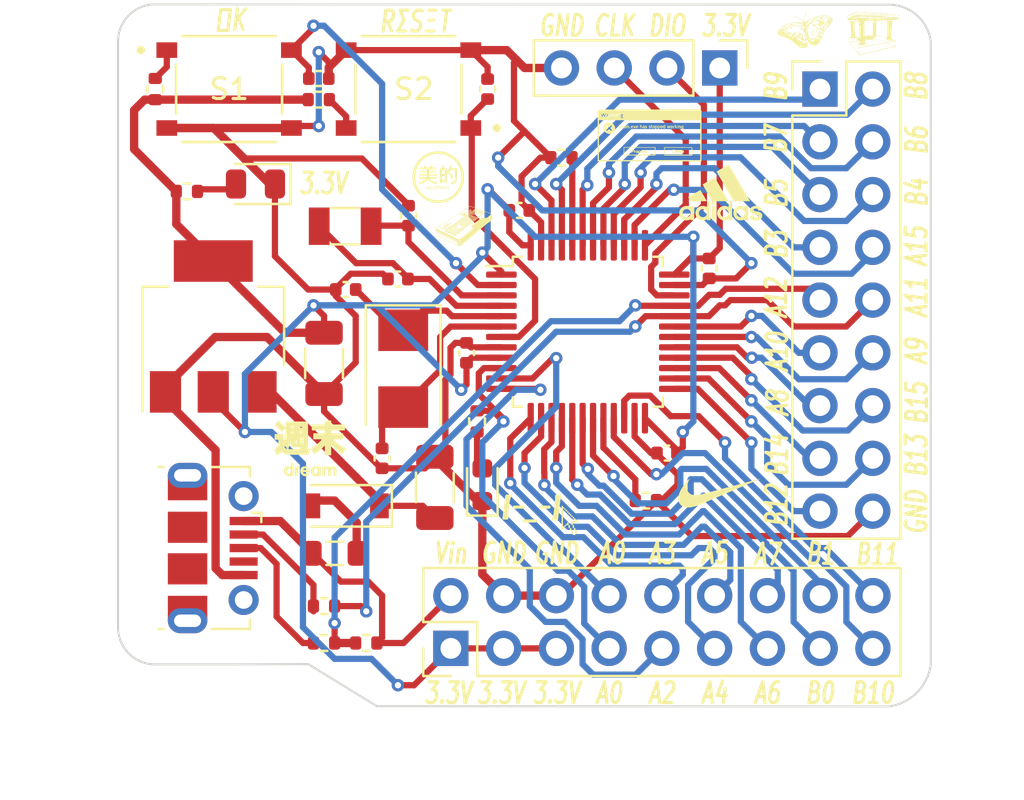
<source format=kicad_pcb>
(kicad_pcb (version 20211014) (generator pcbnew)
  (layers (0 "F.Cu" signal) (31 "B.Cu" signal) (34 "B.Paste" user) (35 "F.Paste" user) (36 "B.SilkS" user "B.Silkscreen") (37 "F.SilkS" user "F.Silkscreen") (38 "B.Mask" user) (39 "F.Mask" user) (44 "Edge.Cuts" user))
  (net 0 "")
  (net 1 "GND")
  (net 2 "Net-(C2-Pad1)")
  (net 3 "HSE_IN")
  (net 4 "HSE_OUT")
  (net 5 "LSE_IN")
  (net 6 "LSE_OUT")
  (net 7 "PushB1")
  (net 8 "NRST")
  (net 9 "Net-(D1-Pad2)")
  (net 10 "Net-(D2-Pad2)")
  (net 11 "Net-(D3-Pad2)")
  (net 12 "VCC")
  (net 13 "PA11")
  (net 14 "PA12")
  (net 17 "PA1")
  (net 18 "PA2")
  (net 19 "PA3")
  (net 20 "PA4")
  (net 21 "PA5")
  (net 22 "PA6")
  (net 23 "PA7")
  (net 24 "PB1")
  (net 25 "PB0")
  (net 26 "PB11")
  (net 27 "PB10")
  (net 28 "PB9")
  (net 29 "PB8")
  (net 30 "PB7")
  (net 31 "PB6")
  (net 32 "PB5")
  (net 33 "PB4")
  (net 34 "PB3")
  (net 35 "PA15")
  (net 36 "PA10")
  (net 37 "PA9")
  (net 38 "PA8")
  (net 39 "PB15")
  (net 40 "PB14")
  (net 41 "PB13")
  (net 42 "PB12")
  (net 43 "SWDIO")
  (net 44 "SWCLK")
  (net 45 "Net-(R1-Pad2)")
  (net 46 "Net-(R2-Pad2)")
  (net 47 "LED")
  (net 48 "+3.3V")
  (net 49 "Net-(J1-Pad2)")
  (net 50 "Net-(J1-Pad3)")
  (footprint "Vaporwave Footprints:error" (layer "F.Cu") (at 101.2698 87.3506)
    (fp_text reference "G***")
    (fp_text value "LOGO" hide)
  )
  (footprint "Capacitor_SMD:C_0402_1005Metric" (layer "F.Cu") (at 89.154 94.234 180)
    (fp_text reference "C12")
    (fp_text value "12pF")
  )
  (footprint "Inductor_SMD:L_0805_2012Metric" (layer "F.Cu") (at 86.106 107.442)
    (fp_text reference "FB1")
    (fp_text value "600@100")
  )
  (footprint "Capacitor_SMD:C_0402_1005Metric" (layer "F.Cu") (at 93.472 85.09 90)
    (fp_text reference "C14")
    (fp_text value "1uF")
  )
  (footprint "LED_SMD:LED_0603_1608Metric" (layer "F.Cu") (at 93.218 104.14 90)
    (fp_text reference "D3")
    (fp_text value "LED_Small")
  )
  (footprint "Resistor_SMD:R_0402_1005Metric" (layer "F.Cu") (at 85.596 109.982 180)
    (fp_text reference "R7")
    (fp_text value "20")
  )
  (footprint "Resistor_SMD:R_0402_1005Metric" (layer "F.Cu") (at 101.092 104.902 180)
    (fp_text reference "R2")
    (fp_text value "10K")
  )
  (footprint "Capacitor_SMD:C_0402_1005Metric" (layer "F.Cu") (at 89.662 91.186 90)
    (fp_text reference "C11")
    (fp_text value "12pF")
  )
  (footprint "Vaporwave Footprints:butterfly" (layer "F.Cu") (at 108.7628 82.2198)
    (fp_text reference "G***")
    (fp_text value "LOGO" hide)
  )
  (footprint "Capacitor_SMD:C_1206_3216Metric" (layer "F.Cu") (at 90.932 104.267 90)
    (fp_text reference "C2")
    (fp_text value "22uF")
  )
  (footprint "Connector_USB:USB_Micro-B_Molex-105017-0001" (layer "F.Cu") (at 80.264 107.188 -90)
    (fp_text reference "J1")
    (fp_text value "USB_B_Micro")
  )
  (footprint "Connector_PinHeader_2.54mm:PinHeader_1x04_P2.54mm_Vertical" (layer "F.Cu") (at 104.648 84.074 -90)
    (fp_text reference "J4")
    (fp_text value "STLINK")
  )
  (footprint "Resistor_SMD:R_0402_1005Metric" (layer "F.Cu") (at 85.344 85.598)
    (fp_text reference "R4")
    (fp_text value "1K")
  )
  (footprint "Capacitor_SMD:C_0402_1005Metric" (layer "F.Cu") (at 102.108 102.616 180)
    (fp_text reference "C6")
    (fp_text value "100nF")
  )
  (footprint "Vaporwave Footprints:adidas" (layer "F.Cu") (at 104.6988 90.0684)
    (fp_text reference "G***")
    (fp_text value "LOGO" hide)
  )
  (footprint "SW_JLCPCB:SW_TS-1187A-B-A-B" (layer "F.Cu") (at 81.026 85.09)
    (fp_text reference "S1")
    (fp_text value "TS-1187A-B-A-B")
  )
  (footprint "Resistor_SMD:R_0402_1005Metric" (layer "F.Cu") (at 85.598 111.76)
    (fp_text reference "R6")
    (fp_text value "20")
  )
  (footprint "Capacitor_SMD:C_1206_3216Metric" (layer "F.Cu") (at 85.598 98.298 -90)
    (fp_text reference "C1")
    (fp_text value "22uF")
  )
  (footprint "Vaporwave Footprints:aesthetic" (layer "F.Cu") (at 91.0844 89.3572)
    (fp_text reference "G***")
    (fp_text value "LOGO" hide)
  )
  (footprint "Vaporwave Footprints:dream" (layer "F.Cu") (at 84.9376 102.362)
    (fp_text reference "G***")
    (fp_text value "LOGO" hide)
  )
  (footprint "Crystal:Crystal_SMD_3215-2Pin_3.2x1.5mm" (layer "F.Cu") (at 86.614 91.694)
    (fp_text reference "Y2")
    (fp_text value "32.768KHz")
  )
  (footprint "Vaporwave Footprints:Casette" (layer "F.Cu") (at 92.3544 91.694)
    (fp_text reference "G***")
    (fp_text value "LOGO" hide)
  )
  (footprint "Resistor_SMD:R_0402_1005Metric" (layer "F.Cu") (at 92.964 101.092 -90)
    (fp_text reference "R9")
    (fp_text value "500")
  )
  (footprint "Capacitor_SMD:C_0402_1005Metric" (layer "F.Cu") (at 104.14 93.726 -90)
    (fp_text reference "C4")
    (fp_text value "100nF")
  )
  (footprint "LED_SMD:LED_0805_2012Metric" (layer "F.Cu") (at 82.296 89.662 180)
    (fp_text reference "D2")
    (fp_text value "LED_Small")
  )
  (footprint "Vaporwave Footprints:Hologram" (layer "F.Cu") (at 111.961542 82.470465)
    (fp_text reference "G***")
    (fp_text value "LOGO" hide)
  )
  (footprint "Capacitor_SMD:C_0402_1005Metric" (layer "F.Cu") (at 86.642 94.742 180)
    (fp_text reference "C9")
    (fp_text value "20pF")
  )
  (footprint "Resistor_SMD:R_0402_1005Metric" (layer "F.Cu") (at 97.028 88.392)
    (fp_text reference "R1")
    (fp_text value "10K")
  )
  (footprint "Crystal:Crystal_SMD_5032-2Pin_5.0x3.2mm" (layer "F.Cu") (at 89.408 98.552 -90)
    (fp_text reference "Y1")
    (fp_text value "8MHz")
  )
  (footprint "Package_TO_SOT_SMD:SOT-223-3_TabPin2" (layer "F.Cu") (at 80.264 96.52 90)
    (fp_text reference "U1")
    (fp_text value "AMS1117-3.3")
  )
  (footprint "SW_JLCPCB:SW_TS-1187A-B-A-B" (layer "F.Cu") (at 89.662 85.09 180)
    (fp_text reference "S2")
    (fp_text value "TS-1187A-B-A-B")
  )
  (footprint "Capacitor_SMD:C_0402_1005Metric" (layer "F.Cu") (at 85.344 84.582)
    (fp_text reference "C13")
    (fp_text value "1uF")
  )
  (footprint "Vaporwave Footprints:mouse" (layer "F.Cu") (at 97.3582 105.9434)
    (fp_text reference "G***")
    (fp_text value "LOGO" hide)
  )
  (footprint "Package_QFP:LQFP-48_7x7mm_P0.5mm" (layer "F.Cu") (at 98.298 96.774)
    (fp_text reference "U2")
    (fp_text value "STM32F103C8Tx")
  )
  (footprint "Capacitor_SMD:C_0402_1005Metric" (layer "F.Cu") (at 88.392 102.87 -90)
    (fp_text reference "C10")
    (fp_text value "20pF")
  )
  (footprint "Resistor_SMD:R_0402_1005Metric" (layer "F.Cu") (at 77.47 85.09 90)
    (fp_text reference "R3")
    (fp_text value "1K")
  )
  (footprint "Connector_PinHeader_2.54mm:PinHeader_2x09_P2.54mm_Vertical" (layer "F.Cu") (at 91.704 112.019 90)
    (fp_text reference "J2")
    (fp_text value "Conn_02x09_Odd_Even")
  )
  (footprint "Capacitor_SMD:C_0402_1005Metric" (layer "F.Cu") (at 94.996 90.932)
    (fp_text reference "C5")
    (fp_text value "100nF")
  )
  (footprint "Capacitor_SMD:C_0402_1005Metric" (layer "F.Cu") (at 92.456 97.79 90)
    (fp_text reference "C3")
    (fp_text value "100nF")
  )
  (footprint "Connector_PinHeader_2.54mm:PinHeader_2x09_P2.54mm_Vertical" (layer "F.Cu") (at 109.474 85.09)
    (fp_text reference "J3")
    (fp_text value "Conn_02x09_Odd_Even")
  )
  (footprint "Resistor_SMD:R_0402_1005Metric" (layer "F.Cu") (at 78.994 90.018)
    (fp_text reference "R8")
    (fp_text value "500")
  )
  (footprint "Resistor_SMD:R_0402_1005Metric" (layer "F.Cu") (at 87.63 111.76)
    (fp_text reference "R5")
    (fp_text value "1.5K")
  )
  (footprint "Vaporwave Footprints:nike" (layer "F.Cu") (at 104.648 104.521)
    (fp_text reference "G***")
    (fp_text value "LOGO" hide)
  )
  (footprint "Diode_SMD:D_SOD-123" (layer "F.Cu") (at 86.614 105.156 180)
    (fp_text reference "D1")
    (fp_text value "SS34")
  )
  (gr_line (start 88.138 114.801618) (end 84.836 112.776) (layer "Edge.Cuts") (width 0.1))
  (gr_arc (start 77.457236 112.788764) (mid 76.2 112.268) (end 75.679236 111.010764) (layer "Edge.Cuts") (width 0.1))
  (gr_line (start 75.679236 111.010764) (end 75.679236 82.791236) (layer "Edge.Cuts") (width 0.1))
  (gr_line (start 81.267236 112.788764) (end 77.457236 112.788764) (layer "Edge.Cuts") (width 0.1))
  (gr_line (start 77.457236 81.013236) (end 112.788764 81.026) (layer "Edge.Cuts") (width 0.1))
  (gr_arc (start 112.788764 81.026) (mid 114.133996 81.53385) (end 114.808 82.804) (layer "Edge.Cuts") (width 0.1))
  (gr_line (start 114.808 112.788764) (end 114.808 82.804) (layer "Edge.Cuts") (width 0.1))
  (gr_arc (start 114.808 112.788764) (mid 114.143574 114.145677) (end 112.788764 114.814382) (layer "Edge.Cuts") (width 0.1))
  (gr_arc (start 75.679236 82.791236) (mid 76.2 81.534) (end 77.457236 81.013236) (layer "Edge.Cuts") (width 0.1))
  (gr_line (start 88.138 114.801618) (end 112.788764 114.814382) (layer "Edge.Cuts") (width 0.1))
  (gr_line (start 84.836 112.776) (end 81.267236 112.788764) (layer "Edge.Cuts") (width 0.1))
  (gr_text "B8" (at 114.1222 84.963 90) (layer "F.SilkS") (effects (font (size 1 0.7) (thickness 0.153) italic)))
  (gr_text "A0" (at 99.314 114.173) (layer "F.SilkS") (effects (font (size 1 0.7) (thickness 0.153) italic)))
  (gr_text "GND" (at 96.774 107.442) (layer "F.SilkS") (effects (font (size 1 0.7) (thickness 0.153) italic)))
  (gr_text "B4" (at 114.1476 90.0684 90) (layer "F.SilkS") (effects (font (size 1 0.7) (thickness 0.153) italic)))
  (gr_text "A15" (at 114.1222 92.6592 90) (layer "F.SilkS") (effects (font (size 1 0.7) (thickness 0.153) italic)))
  (gr_text "DIO" (at 102.108 82.042) (layer "F.SilkS") (effects (font (size 1 0.7) (thickness 0.15) italic)))
  (gr_text "A10" (at 107.4166 97.7392 90) (layer "F.SilkS") (effects (font (size 1 0.7) (thickness 0.153) italic)))
  (gr_text "B14" (at 107.4166 102.7176 90) (layer "F.SilkS") (effects (font (size 1 0.7) (thickness 0.153) italic)))
  (gr_text "GND" (at 97.028 82.042) (layer "F.SilkS") (effects (font (size 1 0.7) (thickness 0.15) italic)))
  (gr_text "B10" (at 112.014 114.173) (layer "F.SilkS") (effects (font (size 1 0.7) (thickness 0.153) italic)))
  (gr_text "3.3V" (at 85.5472 89.6366) (layer "F.SilkS") (effects (font (size 1 0.7) (thickness 0.15) italic)))
  (gr_text "B9" (at 107.3658 84.9884 90) (layer "F.SilkS") (effects (font (size 1 0.7) (thickness 0.153) italic)))
  (gr_text "Vin" (at 91.694 107.442) (layer "F.SilkS") (effects (font (size 1 0.7) (thickness 0.153) italic)))
  (gr_text "B0" (at 109.474 114.173) (layer "F.SilkS") (effects (font (size 1 0.7) (thickness 0.153) italic)))
  (gr_text "A8" (at 107.442 100.203 90) (layer "F.SilkS") (effects (font (size 1 0.7) (thickness 0.153) italic)))
  (gr_text "3.3V" (at 91.567 114.173) (layer "F.SilkS") (effects (font (size 1 0.7) (thickness 0.153) italic)))
  (gr_text "B3" (at 107.3912 92.583 90) (layer "F.SilkS") (effects (font (size 1 0.7) (thickness 0.153) italic)))
  (gr_text "A11" (at 114.1222 95.123 90) (layer "F.SilkS") (effects (font (size 1 0.7) (thickness 0.153) italic)))
  (gr_text "A4" (at 104.394 114.173) (layer "F.SilkS") (effects (font (size 1 0.7) (thickness 0.153) italic)))
  (gr_text "GND" (at 114.1222 105.4608 90) (layer "F.SilkS") (effects (font (size 1 0.7) (thickness 0.153) italic)))
  (gr_text "B5" (at 107.3912 90.1192 90) (layer "F.SilkS") (effects (font (size 1 0.7) (thickness 0.153) italic)))
  (gr_text "A12" (at 107.3658 95.1484 90) (layer "F.SilkS") (effects (font (size 1 0.7) (thickness 0.153) italic)))
  (gr_text "A6" (at 106.934 114.173) (layer "F.SilkS") (effects (font (size 1 0.7) (thickness 0.153) italic)))
  (gr_text "A7" (at 106.934 107.4928) (layer "F.SilkS") (effects (font (size 1 0.7) (thickness 0.153) italic)))
  (gr_text "B1" (at 109.4994 107.4674) (layer "F.SilkS") (effects (font (size 1 0.7) (thickness 0.153) italic)))
  (gr_text "♢Ｋ" (at 81.1022 81.8134) (layer "F.SilkS") (effects (font (size 1 0.7) (thickness 0.15) italic)))
  (gr_text "3.3V" (at 94.107 114.173) (layer "F.SilkS") (effects (font (size 1 0.7) (thickness 0.153) italic)))
  (gr_text "B11" (at 112.2172 107.4928) (layer "F.SilkS") (effects (font (size 1 0.7) (thickness 0.153) italic)))
  (gr_text "A5" (at 104.394 107.442) (layer "F.SilkS") (effects (font (size 1 0.7) (thickness 0.153) italic)))
  (gr_text "A2" (at 101.854 114.173) (layer "F.SilkS") (effects (font (size 1 0.7) (thickness 0.153) italic)))
  (gr_text "B6" (at 114.1476 87.5538 90) (layer "F.SilkS") (effects (font (size 1 0.7) (thickness 0.153) italic)))
  (gr_text "B15" (at 114.1476 100.203 90) (layer "F.SilkS") (effects (font (size 1 0.7) (thickness 0.153) italic)))
  (gr_text "B7" (at 107.3658 87.503 90) (layer "F.SilkS") (effects (font (size 1 0.7) (thickness 0.153) italic)))
  (gr_text "A0" (at 99.441 107.442) (layer "F.SilkS") (effects (font (size 1 0.7) (thickness 0.153) italic)))
  (gr_text "3.3V" (at 96.774 114.173) (layer "F.SilkS") (effects (font (size 1 0.7) (thickness 0.153) italic)))
  (gr_text "GND" (at 94.234 107.442) (layer "F.SilkS") (effects (font (size 1 0.7) (thickness 0.153) italic)))
  (gr_text "B13" (at 114.1222 102.743 90) (layer "F.SilkS") (effects (font (size 1 0.7) (thickness 0.153) italic)))
  (gr_text "A3" (at 101.854 107.442) (layer "F.SilkS") (effects (font (size 1 0.7) (thickness 0.153) italic)))
  (gr_text "A9" (at 114.1222 97.7138 90) (layer "F.SilkS") (effects (font (size 1 0.7) (thickness 0.153) italic)))
  (gr_text "3.3V" (at 104.902 82.042) (layer "F.SilkS") (effects (font (size 1 0.7) (thickness 0.15) italic)))
  (gr_text "B12" (at 107.3912 105.1306 90) (layer "F.SilkS") (effects (font (size 1 0.7) (thickness 0.153) italic)))
  (gr_text "CLK" (at 99.568 82.042) (layer "F.SilkS") (effects (font (size 1 0.7) (thickness 0.15) italic)))
  (gr_text "【﻿－_－】" (at 95.5294 105.3338) (layer "F.SilkS") (effects (font (size 1 0.7) (thickness 0.15) italic)))
  (gr_text "ＲΣＳΞＴ" (at 90.0176 81.8388) (layer "F.SilkS") (effects (font (size 1 0.7) (thickness 0.15) italic)))
  (segment (start 92.662 83.215) (end 86.662 83.215) (width 0.3) (layer "F.Cu") (net 1))
  (segment (start 80.2825 86.965) (end 78.026 86.965) (width 0.4) (layer "F.Cu") (net 1))
  (segment (start 92.662 83.215) (end 94.391 83.215) (width 0.4) (layer "F.Cu") (net 1))
  (segment (start 91.686 98.831107) (end 91.686 97.544) (width 0.3) (layer "F.Cu") (net 1))
  (segment (start 80.3765 102.4745) (end 80.264 102.362) (width 0.4) (layer "F.Cu") (net 1))
  (segment (start 85.598 100.598965) (end 88.349035 103.35) (width 0.3) (layer "F.Cu") (net 1))
  (segment (start 94.391 83.215) (end 94.869 83.693) (width 0.4) (layer "F.Cu") (net 1))
  (segment (start 105.438 94.206) (end 104.14 94.206) (width 0.3) (layer "F.Cu") (net 1))
  (segment (start 95.108 89.296) (end 96.012 88.392) (width 0.3) (layer "F.Cu") (net 1))
  (segment (start 92.9895 104.9275) (end 93.218 104.9275) (width 0.4) (layer "F.Cu") (net 1))
  (segment (start 85.824 84.053) (end 85.824 83.792) (width 0.3) (layer "F.Cu") (net 1))
  (segment (start 103.822 94.524) (end 104.14 94.206) (width 0.3) (layer "F.Cu") (net 1))
  (segment (start 100.548 101.818) (end 101.346 102.616) (width 0.3) (layer "F.Cu") (net 1))
  (segment (start 95.108 90.564) (end 95.108 89.296) (width 0.3) (layer "F.Cu") (net 1))
  (segment (start 112.014 105.41) (end 110.814 106.61) (width 0.3) (layer "F.Cu") (net 1))
  (segment (start 92.67 97.524) (end 92.456 97.31) (width 0.3) (layer "F.Cu") (net 1))
  (segment (start 101.628 102.658965) (end 102.616 103.646965) (width 0.3) (layer "F.Cu") (net 1))
  (segment (start 86.162 94.742) (end 86.162 95.052) (width 0.3) (layer "F.Cu") (net 1))
  (segment (start 86.162 94.699035) (end 86.162 94.742) (width 0.3) (layer "F.Cu") (net 1))
  (segment (start 110.814 106.61) (end 103.31 106.61) (width 0.3) (layer "F.Cu") (net 1))
  (segment (start 101.854 104.902) (end 101.602 104.902) (width 0.3) (layer "F.Cu") (net 1))
  (segment (start 102.616 103.646965) (end 102.616 104.14) (width 0.3) (layer "F.Cu") (net 1))
  (segment (start 83.2335 93.1395) (end 84.836 94.742) (width 0.3) (layer "F.Cu") (net 1))
  (segment (start 102.4605 94.524) (end 103.822 94.524) (width 0.3) (layer "F.Cu") (net 1))
  (segment (start 83.2335 89.662) (end 83.2335 93.1395) (width 0.3) (layer "F.Cu") (net 1))
  (segment (start 96.518 88.392) (end 95.249 87.123) (width 0.3) (layer "F.Cu") (net 1))
  (segment (start 80.264 102.362) (end 77.964 100.062) (width 0.4) (layer "F.Cu") (net 1))
  (segment (start 85.824 84.053) (end 86.662 83.215) (width 0.4) (layer "F.Cu") (net 1))
  (segment (start 88.42 93.98) (end 86.881035 93.98) (width 0.3) (layer "F.Cu") (net 1))
  (segment (start 88.349035 103.35) (end 88.392 103.35) (width 0.3) (layer "F.Cu") (net 1))
  (segment (start 88.674 94.234) (end 88.42 93.98) (width 0.3) (layer "F.Cu") (net 1))
  (segment (start 86.162 95.052) (end 87.122 96.012) (width 0.3) (layer "F.Cu") (net 1))
  (segment (start 77.964 99.42) (end 77.964 99.67) (width 0.4) (layer "F.Cu") (net 1))
  (segment (start 81.74875 88.43125) (end 80.2825 86.965) (width 0.4) (layer "F.Cu") (net 1))
  (segment (start 87.41525 88.43125) (end 89.662 90.678) (width 0.3) (layer "F.Cu") (net 1))
  (segment (start 101.346 102.616) (end 101.628 102.616) (width 0.3) (layer "F.Cu") (net 1))
  (segment (start 96.784 109.479) (end 94.244 109.479) (width 0.4) (layer "F.Cu") (net 1))
  (segment (start 87.122 98.249) (end 85.598 99.773) (width 0.3) (layer "F.Cu") (net 1))
  (segment (start 96.048 92.6115) (end 96.048 91.504) (width 0.3) (layer "F.Cu") (net 1))
  (segment (start 93.472 84.61) (end 93.472 84.025) (width 0.3) (layer "F.Cu") (net 1))
  (segment (start 85.824 84.582) (end 85.824 84.053) (width 0.4) (layer "F.Cu") (net 1))
  (segment (start 85.344 86.868) (end 84.123 86.868) (width 0.3) (layer "F.Cu") (net 1))
  (segment (start 100.548 100.9365) (end 100.548 101.818) (width 0.3) (layer "F.Cu") (net 1))
  (segment (start 95.249 87.123) (end 94.742 86.616) (width 0.3) (layer "F.Cu") (net 1))
  (segment (start 81.74875 88.43125) (end 87.41525 88.43125) (width 0.3) (layer "F.Cu") (net 1))
  (segment (start 82.853 97.028) (end 80.356 97.028) (width 0.4) (layer "F.Cu") (net 1))
  (segment (start 101.6 104.902) (end 97.023 109.479) (width 0.3) (layer "F.Cu") (net 1))
  (segment (start 94.244 109.479) (end 93.218 108.453) (width 0.4) (layer "F.Cu") (net 1))
  (segment (start 94.742 86.616) (end 94.742 83.82) (width 0.3) (layer "F.Cu") (net 1))
  (segment (start 101.602 104.902) (end 101.6 104.902) (width 0.3) (layer "F.Cu") (net 1))
  (segment (start 97.023 109.479) (end 96.784 109.479) (width 0.3) (layer "F.Cu") (net 1))
  (segment (start 102.616 104.14) (end 101.854 104.902) (width 0.3) (layer "F.Cu") (net 1))
  (segment (start 85.598 99.773) (end 82.853 97.028) (width 0.4) (layer "F.Cu") (net 1))
  (segment (start 90.932 102.87) (end 92.9895 104.9275) (width 0.4) (layer "F.Cu") (net 1))
  (segment (start 87.122 96.012) (end 87.122 98.249) (width 0.3) (layer "F.Cu") (net 1))
  (segment (start 93.218 108.453) (end 93.218 104.9275) (width 0.4) (layer "F.Cu") (net 1))
  (segment (start 101.628 102.616) (end 101.628 102.658965) (width 0.3) (layer "F.Cu") (net 1))
  (segment (start 96.048 91.504) (end 95.476 90.932) (width 0.3) (layer "F.Cu") (net 1))
  (segment (start 91.92 97.31) (end 92.456 97.31) (width 0.3) (layer "F.Cu") (net 1))
  (segment (start 80.7015 108.488) (end 80.3765 108.163) (width 0.4) (layer "F.Cu") (net 1))
  (segment (start 91.44 99.077107) (end 91.686 98.831107) (width 0.3) (layer "F.Cu") (net 1))
  (segment (start 90.452 103.35) (end 88.392 103.35) (width 0.3) (layer "F.Cu") (net 1))
  (segment (start 85.824 83.792) (end 85.344 83.312) (width 0.3) (layer "F.Cu") (net 1))
  (segment (start 96.012 88.392) (end 96.518 88.392) (width 0.3) (layer "F.Cu") (net 1))
  (segment (start 106.172 93.472) (end 105.438 94.206) (width 0.3) (layer "F.Cu") (net 1))
  (segment (start 90.932 102.87) (end 90.452 103.35) (width 0.3) (layer "F.Cu") (net 1))
  (segment (start 97.028 84.074) (end 95.25 84.074) (width 0.4) (layer "F.Cu") (net 1))
  (segment (start 93.98 88.392) (end 95.249 87.123) (width 0.3) (layer "F.Cu") (net 1))
  (segment (start 85.598 99.773) (end 85.598 100.598965) (width 0.3) (layer "F.Cu") (net 1))
  (segment (start 77.964 100.062) (end 77.964 99.67) (width 0.4) (layer "F.Cu") (net 1))
  (segment (start 86.881035 93.98) (end 86.162 94.699035) (width 0.3) (layer "F.Cu") (net 1))
  (segment (start 81.74875 88.43125) (end 82.9795 89.662) (width 0.4) (layer "F.Cu") (net 1))
  (segment (start 91.686 97.544) (end 91.92 97.31) (width 0.3) (layer "F.Cu") (net 1))
  (segment (start 94.1355 97.524) (end 92.67 97.524) (width 0.3) (layer "F.Cu") (net 1))
  (segment (start 94.742 83.82) (end 94.869 83.693) (width 0.3) (layer "F.Cu") (net 1))
  (segment (start 103.31 106.61) (end 101.602 104.902) (width 0.3) (layer "F.Cu") (net 1))
  (segment (start 80.356 97.028) (end 77.964 99.42) (width 0.4) (layer "F.Cu") (net 1))
  (segment (start 80.3765 108.163) (end 80.3765 102.4745) (width 0.4) (layer "F.Cu") (net 1))
  (segment (start 93.472 84.025) (end 92.662 83.215) (width 0.3) (layer "F.Cu") (net 1))
  (segment (start 94.869 83.693) (end 95.25 84.074) (width 0.4) (layer "F.Cu") (net 1))
  (segment (start 84.836 94.742) (end 86.162 94.742) (width 0.3) (layer "F.Cu") (net 1))
  (segment (start 84.026 86.965) (end 78.026 86.965) (width 0.4) (layer "F.Cu") (net 1))
  (segment (start 82.9795 89.662) (end 83.2335 89.662) (width 0.4) (layer "F.Cu") (net 1))
  (segment (start 95.476 90.932) (end 95.108 90.564) (width 0.3) (layer "F.Cu") (net 1))
  (segment (start 90.932 102.87) (end 91.44 102.362) (width 0.3) (layer "F.Cu") (net 1))
  (segment (start 91.44 102.362) (end 91.44 99.077107) (width 0.3) (layer "F.Cu") (net 1))
  (segment (start 84.123 86.868) (end 84.026 86.965) (width 0.3) (layer "F.Cu") (net 1))
  (segment (start 81.7265 108.488) (end 80.7015 108.488) (width 0.4) (layer "F.Cu") (net 1))
  (via (at 85.344 83.312) (size 0.6) (drill 0.3) (layers "F.Cu" "B.Cu") (net 1))
  (via (at 93.98 88.392) (size 0.6) (drill 0.3) (layers "F.Cu" "B.Cu") (net 1))
  (via (at 85.344 86.868) (size 0.6) (drill 0.3) (layers "F.Cu" "B.Cu") (net 1))
  (via (at 106.172 93.472) (size 0.6) (drill 0.3) (layers "F.Cu" "B.Cu") (net 1))
  (segment (start 96.108761 90.932) (end 103.632 90.932) (width 0.3) (layer "B.Cu") (net 1))
  (segment (start 93.98 88.803239) (end 96.108761 90.932) (width 0.3) (layer "B.Cu") (net 1))
  (segment (start 103.632 90.932) (end 106.172 93.472) (width 0.3) (layer "B.Cu") (net 1))
  (segment (start 85.344 83.312) (end 85.344 86.868) (width 0.3) (layer "B.Cu") (net 1))
  (segment (start 93.98 88.392) (end 93.98 88.803239) (width 0.3) (layer "B.Cu") (net 1))
  (segment (start 88.264 105.156) (end 90.346 105.156) (width 0.3) (layer "F.Cu") (net 2))
  (segment (start 88.264 104.902) (end 83.032 99.67) (width 0.4) (layer "F.Cu") (net 2))
  (segment (start 90.346 105.156) (end 90.932 105.742) (width 0.3) (layer "F.Cu") (net 2))
  (segment (start 83.032 99.67) (end 82.564 99.67) (width 0.4) (layer "F.Cu") (net 2))
  (segment (start 88.264 105.156) (end 88.264 104.902) (width 0.4) (layer "F.Cu") (net 2))
  (segment (start 91.760893 96.024) (end 91.494893 95.758) (width 0.3) (layer "F.Cu") (net 3))
  (segment (start 94.1355 96.024) (end 91.760893 96.024) (width 0.3) (layer "F.Cu") (net 3))
  (segment (start 89.408 96.702) (end 89.082 96.702) (width 0.3) (layer "F.Cu") (net 3))
  (segment (start 91.494893 95.758) (end 90.352 95.758) (width 0.3) (layer "F.Cu") (net 3))
  (segment (start 90.352 95.758) (end 89.408 96.702) (width 0.3) (layer "F.Cu") (net 3))
  (segment (start 89.082 96.702) (end 87.122 94.742) (width 0.3) (layer "F.Cu") (net 3))
  (segment (start 91.186 97.028) (end 91.186 98.624) (width 0.3) (layer "F.Cu") (net 4))
  (segment (start 88.392 102.39) (end 88.392 101.164) (width 0.3) (layer "F.Cu") (net 4))
  (segment (start 94.1355 96.524) (end 91.69 96.524) (width 0.3) (layer "F.Cu") (net 4))
  (segment (start 88.392 101.164) (end 89.154 100.402) (width 0.3) (layer "F.Cu") (net 4))
  (segment (start 91.186 98.624) (end 89.408 100.402) (width 0.3) (layer "F.Cu") (net 4))
  (segment (start 91.69 96.524) (end 91.186 97.028) (width 0.3) (layer "F.Cu") (net 4))
  (segment (start 89.662 91.666) (end 87.892 91.666) (width 0.3) (layer "F.Cu") (net 5))
  (segment (start 89.662 91.666) (end 89.662 92.456) (width 0.3) (layer "F.Cu") (net 5))
  (segment (start 92.23 95.024) (end 94.1355 95.024) (width 0.3) (layer "F.Cu") (net 5))
  (segment (start 87.892 91.666) (end 87.864 91.694) (width 0.3) (layer "F.Cu") (net 5))
  (segment (start 89.662 92.456) (end 92.23 95.024) (width 0.3) (layer "F.Cu") (net 5))
  (segment (start 87.142 93.472) (end 85.364 91.694) (width 0.3) (layer "F.Cu") (net 6))
  (segment (start 94.1355 95.524) (end 91.968 95.524) (width 0.3) (layer "F.Cu") (net 6))
  (segment (start 90.678 94.234) (end 89.634 94.234) (width 0.3) (layer "F.Cu") (net 6))
  (segment (start 88.914965 93.472) (end 87.142 93.472) (width 0.3) (layer "F.Cu") (net 6))
  (segment (start 89.634 94.234) (end 89.634 94.191035) (width 0.3) (layer "F.Cu") (net 6))
  (segment (start 91.968 95.524) (end 90.678 94.234) (width 0.3) (layer "F.Cu") (net 6))
  (segment (start 89.634 94.191035) (end 88.914965 93.472) (width 0.3) (layer "F.Cu") (net 6))
  (segment (start 78.026 84.024) (end 77.47 84.58) (width 0.3) (layer "F.Cu") (net 7))
  (segment (start 93 94.524) (end 91.948 93.472) (width 0.3) (layer "F.Cu") (net 7))
  (segment (start 94.1355 94.524) (end 93 94.524) (width 0.3) (layer "F.Cu") (net 7))
  (segment (start 85.09 82.151) (end 84.026 83.215) (width 0.3) (layer "F.Cu") (net 7))
  (segment (start 84.864 84.582) (end 84.864 84.053) (width 0.3) (layer "F.Cu") (net 7))
  (segment (start 78.026 83.215) (end 78.026 84.024) (width 0.3) (layer "F.Cu") (net 7))
  (segment (start 84.864 84.053) (end 84.026 83.215) (width 0.3) (layer "F.Cu") (net 7))
  (segment (start 85.09 82.042) (end 85.09 82.151) (width 0.3) (layer "F.Cu") (net 7))
  (via (at 85.09 82.042) (size 0.6) (drill 0.3) (layers "F.Cu" "B.Cu") (net 7))
  (via (at 91.948 93.472) (size 0.6) (drill 0.3) (layers "F.Cu" "B.Cu") (net 7))
  (segment (start 88.392 84.836) (end 85.598 82.042) (width 0.3) (layer "B.Cu") (net 7))
  (segment (start 88.392 89.916) (end 88.392 84.836) (width 0.3) (layer "B.Cu") (net 7))
  (segment (start 91.948 93.472) (end 88.392 89.916) (width 0.3) (layer "B.Cu") (net 7))
  (segment (start 85.598 82.042) (end 85.09 82.042) (width 0.3) (layer "B.Cu") (net 7))
  (segment (start 86.662 86.406) (end 85.854 85.598) (width 0.3) (layer "F.Cu") (net 8))
  (segment (start 92.71 91.186) (end 92.71 87.013) (width 0.3) (layer "F.Cu") (net 8))
  (segment (start 95.758 96.240041) (end 95.758 94.234) (width 0.3) (layer "F.Cu") (net 8))
  (segment (start 94.1355 97.024) (end 94.974041 97.024) (width 0.3) (layer "F.Cu") (net 8))
  (segment (start 92.71 87.013) (end 92.662 86.965) (width 0.3) (layer "F.Cu") (net 8))
  (segment (start 94.974041 97.024) (end 95.758 96.240041) (width 0.3) (layer "F.Cu") (net 8))
  (segment (start 92.662 86.38) (end 93.472 85.57) (width 0.3) (layer "F.Cu") (net 8))
  (segment (start 86.662 86.965) (end 86.662 86.406) (width 0.3) (layer "F.Cu") (net 8))
  (segment (start 92.662 86.965) (end 92.662 86.38) (width 0.3) (layer "F.Cu") (net 8))
  (segment (start 95.758 94.234) (end 92.71 91.186) (width 0.3) (layer "F.Cu") (net 8))
  (segment (start 84.964 104.902) (end 84.964 105.2375) (width 0.3) (layer "F.Cu") (net 9))
  (segment (start 87.1685 105.9645) (end 87.1685 107.442) (width 0.4) (layer "F.Cu") (net 9))
  (segment (start 84.964 104.902) (end 86.106 104.902) (width 0.4) (layer "F.Cu") (net 9))
  (segment (start 86.106 104.902) (end 87.1685 105.9645) (width 0.4) (layer "F.Cu") (net 9))
  (segment (start 81.3585 89.916) (end 79.606 89.916) (width 0.3) (layer "F.Cu") (net 10))
  (segment (start 79.606 89.916) (end 79.504 90.018) (width 0.3) (layer "F.Cu") (net 10))
  (segment (start 92.964 103.0985) (end 93.218 103.3525) (width 0.3) (layer "F.Cu") (net 11))
  (segment (start 92.964 101.602) (end 92.964 103.0985) (width 0.3) (layer "F.Cu") (net 11))
  (segment (start 88.392 111.508) (end 88.14 111.76) (width 0.3) (layer "F.Cu") (net 12))
  (segment (start 86.4055 108.804) (end 87.722 108.804) (width 0.3) (layer "F.Cu") (net 12))
  (segment (start 85.0435 107.442) (end 86.4055 108.804) (width 0.3) (layer "F.Cu") (net 12))
  (segment (start 83.4895 105.888) (end 85.0435 107.442) (width 0.4) (layer "F.Cu") (net 12))
  (segment (start 87.722 108.804) (end 88.392 109.474) (width 0.3) (layer "F.Cu") (net 12))
  (segment (start 81.7265 105.888) (end 83.4895 105.888) (width 0.4) (layer "F.Cu") (net 12))
  (segment (start 88.14 111.76) (end 89.423 111.76) (width 0.3) (layer "F.Cu") (net 12))
  (segment (start 89.423 111.76) (end 91.704 109.479) (width 0.3) (layer "F.Cu") (net 12))
  (segment (start 88.392 109.474) (end 88.392 111.508) (width 0.3) (layer "F.Cu") (net 12))
  (segment (start 104.128 96.024) (end 104.648 95.504) (width 0.3) (layer "F.Cu") (net 13))
  (segment (start 87.376 109.982) (end 86.106 109.982) (width 0.3) (layer "F.Cu") (net 13))
  (segment (start 101.08 96.024) (end 100.584 96.52) (width 0.3) (layer "F.Cu") (net 13))
  (segment (start 102.4605 96.024) (end 101.08 96.024) (width 0.3) (layer "F.Cu") (net 13))
  (segment (start 104.902 95.504) (end 105.156 95.25) (width 0.3) (layer "F.Cu") (net 13))
  (segment (start 102.4605 96.024) (end 104.128 96.024) (width 0.3) (layer "F.Cu") (net 13))
  (segment (start 87.63 110.236) (end 87.376 109.982) (width 0.3) (layer "F.Cu") (net 13))
  (segment (start 104.648 95.504) (end 104.902 95.504) (width 0.3) (layer "F.Cu") (net 13))
  (segment (start 106.934 95.25) (end 108.204 96.52) (width 0.3) (layer "F.Cu") (net 13))
  (segment (start 110.744 96.52) (end 112.014 95.25) (width 0.3) (layer "F.Cu") (net 13))
  (segment (start 105.156 95.25) (end 106.934 95.25) (width 0.3) (layer "F.Cu") (net 13))
  (segment (start 108.204 96.52) (end 110.744 96.52) (width 0.3) (layer "F.Cu") (net 13))
  (via (at 100.584 96.52) (size 0.6) (drill 0.3) (layers "F.Cu" "B.Cu") (net 13))
  (via (at 87.63 110.236) (size 0.6) (drill 0.3) (layers "F.Cu" "B.Cu") (net 13))
  (segment (start 96.774 96.774) (end 100.33 96.774) (width 0.3) (layer "B.Cu") (net 13))
  (segment (start 87.63 105.918) (end 96.774 96.774) (width 0.3) (layer "B.Cu") (net 13))
  (segment (start 87.63 110.236) (end 87.63 105.918) (width 0.3) (layer "B.Cu") (net 13))
  (segment (start 100.33 96.774) (end 100.584 96.52) (width 0.3) (layer "B.Cu") (net 13))
  (segment (start 100.604 95.524) (end 100.584 95.504) (width 0.3) (layer "F.Cu") (net 14))
  (segment (start 104.648 94.996) (end 104.938 94.706) (width 0.3) (layer "F.Cu") (net 14))
  (segment (start 104.14 94.996) (end 104.648 94.996) (width 0.3) (layer "F.Cu") (net 14))
  (segment (start 86.106 110.8015) (end 86.106 111.758) (width 0.3) (layer "F.Cu") (net 14))
  (segment (start 104.938 94.706) (end 108.93 94.706) (width 0.3) (layer "F.Cu") (net 14))
  (segment (start 86.106 111.758) (end 86.108 111.76) (width 0.3) (layer "F.Cu") (net 14))
  (segment (start 87.12 111.76) (end 86.108 111.76) (width 0.4) (layer "F.Cu") (net 14))
  (segment (start 102.4605 95.524) (end 103.612 95.524) (width 0.3) (layer "F.Cu") (net 14))
  (segment (start 109.474 95.25) (end 108.93 94.706) (width 0.3) (layer "F.Cu") (net 14))
  (segment (start 103.612 95.524) (end 104.14 94.996) (width 0.3) (layer "F.Cu") (net 14))
  (segment (start 102.4605 95.524) (end 100.604 95.524) (width 0.3) (layer "F.Cu") (net 14))
  (via (at 100.584 95.504) (size 0.6) (drill 0.3) (layers "F.Cu" "B.Cu") (net 14))
  (via (at 86.106 110.8015) (size 0.6) (drill 0.3) (layers "F.Cu" "B.Cu") (net 14))
  (segment (start 99.822 96.266) (end 96.52 96.266) (width 0.3) (layer "B.Cu") (net 14))
  (segment (start 86.106 106.68) (end 86.106 110.8015) (width 0.3) (layer "B.Cu") (net 14))
  (segment (start 100.584 95.504) (end 99.822 96.266) (width 0.3) (layer "B.Cu") (net 14))
  (segment (start 96.52 96.266) (end 86.106 106.68) (width 0.3) (layer "B.Cu") (net 14))
  (segment (start 96.774 98.044) (end 96.616761 98.044) (width 0.3) (layer "F.Cu") (net 17))
  (segment (start 96.616761 98.044) (end 95.636761 99.024) (width 0.3) (layer "F.Cu") (net 17))
  (segment (start 95.636761 99.024) (end 94.1355 99.024) (width 0.3) (layer "F.Cu") (net 17))
  (via (at 96.774 98.044) (size 0.6) (drill 0.3) (layers "F.Cu" "B.Cu") (net 17))
  (segment (start 96.870761 107.188) (end 97.033 107.188) (width 0.3) (layer "B.Cu") (net 17))
  (segment (start 93.838 104.155239) (end 96.870761 107.188) (width 0.3) (layer "B.Cu") (net 17))
  (segment (start 96.774 98.044) (end 96.774 100.394) (width 0.3) (layer "B.Cu") (net 17))
  (segment (start 97.033 107.188) (end 99.324 109.479) (width 0.3) (layer "B.Cu") (net 17))
  (segment (start 96.774 100.394) (end 93.838 103.33) (width 0.3) (layer "B.Cu") (net 17))
  (segment (start 93.838 103.33) (end 93.838 104.155239) (width 0.3) (layer "B.Cu") (net 17))
  (segment (start 95.968 99.524) (end 96.012 99.568) (width 0.3) (layer "F.Cu") (net 18))
  (segment (start 94.1355 99.524) (end 95.968 99.524) (width 0.3) (layer "F.Cu") (net 18))
  (via (at 96.012 99.568) (size 0.6) (drill 0.3) (layers "F.Cu" "B.Cu") (net 18))
  (segment (start 92.456 105.156) (end 95.504 108.204) (width 0.3) (layer "B.Cu") (net 18))
  (segment (start 98.044 112.776) (end 98.552 113.284) (width 0.3) (layer "B.Cu") (net 18))
  (segment (start 94.838761 99.568) (end 92.456 101.950761) (width 0.3) (layer "B.Cu") (net 18))
  (segment (start 95.504 108.204) (end 95.504 109.982) (width 0.3) (layer "B.Cu") (net 18))
  (segment (start 97.206057 110.744) (end 98.044 111.581943) (width 0.3) (layer "B.Cu") (net 18))
  (segment (start 96.012 99.568) (end 94.838761 99.568) (width 0.3) (layer "B.Cu") (net 18))
  (segment (start 98.552 113.284) (end 100.599 113.284) (width 0.3) (layer "B.Cu") (net 18))
  (segment (start 98.044 111.581943) (end 98.044 112.776) (width 0.3) (layer "B.Cu") (net 18))
  (segment (start 100.599 113.284) (end 101.864 112.019) (width 0.3) (layer "B.Cu") (net 18))
  (segment (start 95.504 109.982) (end 96.266 110.744) (width 0.3) (layer "B.Cu") (net 18))
  (segment (start 92.456 101.950761) (end 92.456 105.156) (width 0.3) (layer "B.Cu") (net 18))
  (segment (start 96.266 110.744) (end 97.206057 110.744) (width 0.3) (layer "B.Cu") (net 18))
  (segment (start 94.563028 104.064972) (end 94.563028 101.921472) (width 0.3) (layer "F.Cu") (net 19))
  (segment (start 94.563028 101.921472) (end 95.548 100.9365) (width 0.3) (layer "F.Cu") (net 19))
  (via (at 94.563028 104.064972) (size 0.6) (drill 0.3) (layers "F.Cu" "B.Cu") (net 19))
  (segment (start 97.108761 106.664) (end 98.082894 106.664) (width 0.3) (layer "B.Cu") (net 19))
  (segment (start 102.702 108.036) (end 102.87 108.204) (width 0.3) (layer "B.Cu") (net 19))
  (segment (start 98.082894 106.664) (end 99.454894 108.036) (width 0.3) (layer "B.Cu") (net 19))
  (segment (start 99.454894 108.036) (end 102.702 108.036) (width 0.3) (layer "B.Cu") (net 19))
  (segment (start 94.563028 104.064972) (end 94.563028 104.118267) (width 0.3) (layer "B.Cu") (net 19))
  (segment (start 102.87 108.473) (end 101.864 109.479) (width 0.3) (layer "B.Cu") (net 19))
  (segment (start 94.563028 104.118267) (end 97.108761 106.664) (width 0.3) (layer "B.Cu") (net 19))
  (segment (start 102.87 108.204) (end 102.87 108.473) (width 0.3) (layer "B.Cu") (net 19))
  (segment (start 96.048 101.818) (end 96.048 100.9365) (width 0.3) (layer "F.Cu") (net 20))
  (segment (start 95.25 103.332) (end 95.25 102.616) (width 0.3) (layer "F.Cu") (net 20))
  (segment (start 95.25 102.616) (end 96.048 101.818) (width 0.3) (layer "F.Cu") (net 20))
  (via (at 95.25 103.332) (size 0.6) (drill 0.3) (layers "F.Cu" "B.Cu") (net 20))
  (segment (start 103.284 107.536) (end 103.632 107.188) (width 0.3) (layer "B.Cu") (net 20))
  (segment (start 103.632 107.188) (end 104.14 107.188) (width 0.3) (layer "B.Cu") (net 20))
  (segment (start 97.370761 106.164) (end 98.29 106.164) (width 0.3) (layer "B.Cu") (net 20))
  (segment (start 104.14 107.188) (end 104.394 107.442) (width 0.3) (layer "B.Cu") (net 20))
  (segment (start 95.25 104.043239) (end 97.370761 106.164) (width 0.3) (layer "B.Cu") (net 20))
  (segment (start 98.29 106.164) (end 99.662 107.536) (width 0.3) (layer "B.Cu") (net 20))
  (segment (start 104.394 107.696) (end 103.124 108.966) (width 0.3) (layer "B.Cu") (net 20))
  (segment (start 104.394 107.442) (end 104.394 107.696) (width 0.3) (layer "B.Cu") (net 20))
  (segment (start 103.124 108.966) (end 103.124 110.739) (width 0.3) (layer "B.Cu") (net 20))
  (segment (start 95.25 103.332) (end 95.25 104.043239) (width 0.3) (layer "B.Cu") (net 20))
  (segment (start 99.662 107.536) (end 103.284 107.536) (width 0.3) (layer "B.Cu") (net 20))
  (segment (start 103.124 110.739) (end 104.404 112.019) (width 0.3) (layer "B.Cu") (net 20))
  (segment (start 96.548 102.08) (end 96.548 100.9365) (width 0.3) (layer "F.Cu") (net 21))
  (segment (start 96.207681 104.151108) (end 96.207681 103.581683) (width 0.3) (layer "F.Cu") (net 21))
  (segment (start 96.197 102.431) (end 96.548 102.08) (width 0.3) (layer "F.Cu") (net 21))
  (segment (start 96.197 103.571002) (end 96.197 102.431) (width 0.3) (layer "F.Cu") (net 21))
  (segment (start 96.207681 103.581683) (end 96.197 103.571002) (width 0.3) (layer "F.Cu") (net 21))
  (via (at 96.207681 104.151108) (size 0.6) (drill 0.3) (layers "F.Cu" "B.Cu") (net 21))
  (segment (start 103.932894 106.164) (end 105.156 107.387106) (width 0.3) (layer "B.Cu") (net 21))
  (segment (start 103.776769 106.164) (end 103.932894 106.164) (width 0.3) (layer "B.Cu") (net 21))
  (segment (start 97.632761 105.664) (end 98.517576 105.664) (width 0.3) (layer "B.Cu") (net 21))
  (segment (start 105.156 107.387106) (end 105.156 108.727) (width 0.3) (layer "B.Cu") (net 21))
  (segment (start 102.904769 107.036) (end 103.776769 106.164) (width 0.3) (layer "B.Cu") (net 21))
  (segment (start 105.156 108.727) (end 104.404 109.479) (width 0.3) (layer "B.Cu") (net 21))
  (segment (start 99.889576 107.036) (end 102.904769 107.036) (width 0.3) (layer "B.Cu") (net 21))
  (segment (start 98.517576 105.664) (end 99.889576 107.036) (width 0.3) (layer "B.Cu") (net 21))
  (segment (start 96.207681 104.23892) (end 97.632761 105.664) (width 0.3) (layer "B.Cu") (net 21))
  (segment (start 96.207681 104.151108) (end 96.207681 104.23892) (width 0.3) (layer "B.Cu") (net 21))
  (segment (start 97.048 102.287106) (end 97.048 100.9365) (width 0.3) (layer "F.Cu") (net 22))
  (segment (start 96.774 102.561106) (end 97.048 102.287106) (width 0.3) (layer "F.Cu") (net 22))
  (segment (start 96.774 103.332) (end 96.774 102.561106) (width 0.3) (layer "F.Cu") (net 22))
  (via (at 96.774 103.332) (size 0.6) (drill 0.3) (layers "F.Cu" "B.Cu") (net 22))
  (segment (start 103.886 105.41) (end 105.664 107.188) (width 0.3) (layer "B.Cu") (net 22))
  (segment (start 96.774 104.043239) (end 97.886761 105.156) (width 0.3) (layer "B.Cu") (net 22))
  (segment (start 96.774 103.332) (end 96.774 104.043239) (width 0.3) (layer "B.Cu") (net 22))
  (segment (start 100.096682 106.536) (end 102.697663 106.536) (width 0.3) (layer "B.Cu") (net 22))
  (segment (start 105.664 107.188) (end 105.664 110.739) (width 0.3) (layer "B.Cu") (net 22))
  (segment (start 102.697663 106.536) (end 103.823663 105.41) (width 0.3) (layer "B.Cu") (net 22))
  (segment (start 98.716682 105.156) (end 100.096682 106.536) (width 0.3) (layer "B.Cu") (net 22))
  (segment (start 97.886761 105.156) (end 98.716682 105.156) (width 0.3) (layer "B.Cu") (net 22))
  (segment (start 105.664 110.739) (end 106.944 112.019) (width 0.3) (layer "B.Cu") (net 22))
  (segment (start 103.823663 105.41) (end 103.886 105.41) (width 0.3) (layer "B.Cu") (net 22))
  (segment (start 97.548 103.898) (end 97.548 100.9365) (width 0.3) (layer "F.Cu") (net 23))
  (segment (start 97.79 104.14) (end 97.548 103.898) (width 0.3) (layer "F.Cu") (net 23))
  (via (at 97.79 104.14) (size 0.6) (drill 0.3) (layers "F.Cu" "B.Cu") (net 23))
  (segment (start 97.79 104.14) (end 98.264266 104.614266) (width 0.3) (layer "B.Cu") (net 23))
  (segment (start 103.865067 104.661491) (end 107.442 108.238424) (width 0.3) (layer "B.Cu") (net 23))
  (segment (start 100.303788 106.036) (end 102.490557 106.036) (width 0.3) (layer "B.Cu") (net 23))
  (segment (start 107.442 108.981) (end 106.944 109.479) (width 0.3) (layer "B.Cu") (net 23))
  (segment (start 98.882054 104.614266) (end 100.303788 106.036) (width 0.3) (layer "B.Cu") (net 23))
  (segment (start 107.442 108.238424) (end 107.442 108.981) (width 0.3) (layer "B.Cu") (net 23))
  (segment (start 102.490557 106.036) (end 103.865067 104.661491) (width 0.3) (layer "B.Cu") (net 23))
  (segment (start 98.264266 104.614266) (end 98.882054 104.614266) (width 0.3) (layer "B.Cu") (net 23))
  (segment (start 99.534544 103.721578) (end 98.548 102.735034) (width 0.3) (layer "F.Cu") (net 24))
  (segment (start 98.548 102.735034) (end 98.548 100.9365) (width 0.3) (layer "F.Cu") (net 24))
  (via (at 99.534544 103.721578) (size 0.6) (drill 0.3) (layers "F.Cu" "B.Cu") (net 24))
  (segment (start 100.718 105.036) (end 102.076345 105.036) (width 0.3) (layer "B.Cu") (net 24))
  (segment (start 102.75 103.443106) (end 102.815106 103.378) (width 0.3) (layer "B.Cu") (net 24))
  (segment (start 99.534544 103.852544) (end 100.718 105.036) (width 0.3) (layer "B.Cu") (net 24))
  (segment (start 102.076345 105.036) (end 102.75 104.362345) (width 0.3) (layer "B.Cu") (net 24))
  (segment (start 99.534544 103.721578) (end 99.534544 103.852544) (width 0.3) (layer "B.Cu") (net 24))
  (segment (start 102.815106 103.378) (end 103.995788 103.378) (width 0.3) (layer "B.Cu") (net 24))
  (segment (start 102.75 104.362345) (end 102.75 103.443106) (width 0.3) (layer "B.Cu") (net 24))
  (segment (start 103.995788 103.378) (end 109.484 108.866212) (width 0.3) (layer "B.Cu") (net 24))
  (segment (start 109.484 108.866212) (end 109.484 109.479) (width 0.3) (layer "B.Cu") (net 24))
  (segment (start 98.048 103.128) (end 98.048 100.9365) (width 0.3) (layer "F.Cu") (net 25))
  (segment (start 98.298 103.378) (end 98.048 103.128) (width 0.3) (layer "F.Cu") (net 25))
  (via (at 98.298 103.378) (size 0.6) (drill 0.3) (layers "F.Cu" "B.Cu") (net 25))
  (segment (start 103.788682 103.878) (end 108.204 108.293318) (width 0.3) (layer "B.Cu") (net 25))
  (segment (start 98.298 103.378) (end 98.298 103.632) (width 0.3) (layer "B.Cu") (net 25))
  (segment (start 98.298 103.632) (end 98.853266 104.187266) (width 0.3) (layer "B.Cu") (net 25))
  (segment (start 108.204 110.739) (end 109.484 112.019) (width 0.3) (layer "B.Cu") (net 25))
  (segment (start 103.25 103.878) (end 103.788682 103.878) (width 0.3) (layer "B.Cu") (net 25))
  (segment (start 100.407658 105.536) (end 102.283451 105.536) (width 0.3) (layer "B.Cu") (net 25))
  (segment (start 103.25 104.569451) (end 103.25 103.878) (width 0.3) (layer "B.Cu") (net 25))
  (segment (start 98.853266 104.187266) (end 99.058924 104.187266) (width 0.3) (layer "B.Cu") (net 25))
  (segment (start 102.283451 105.536) (end 103.25 104.569451) (width 0.3) (layer "B.Cu") (net 25))
  (segment (start 99.058924 104.187266) (end 100.407658 105.536) (width 0.3) (layer "B.Cu") (net 25))
  (segment (start 108.204 108.293318) (end 108.204 110.739) (width 0.3) (layer "B.Cu") (net 25))
  (segment (start 102.288041 100.838) (end 101.299041 99.849) (width 0.3) (layer "F.Cu") (net 26))
  (segment (start 100.048 100.097959) (end 100.048 100.9365) (width 0.3) (layer "F.Cu") (net 26))
  (segment (start 103.632 100.838) (end 102.288041 100.838) (width 0.3) (layer "F.Cu") (net 26))
  (segment (start 104.902 102.108) (end 103.632 100.838) (width 0.3) (layer "F.Cu") (net 26))
  (segment (start 100.296959 99.849) (end 100.048 100.097959) (width 0.3) (layer "F.Cu") (net 26))
  (segment (start 101.299041 99.849) (end 100.296959 99.849) (width 0.3) (layer "F.Cu") (net 26))
  (via (at 104.902 102.108) (size 0.6) (drill 0.3) (layers "F.Cu" "B.Cu") (net 26))
  (segment (start 104.902 102.87) (end 109.22 107.188) (width 0.3) (layer "B.Cu") (net 26))
  (segment (start 109.733 107.188) (end 112.024 109.479) (width 0.3) (layer "B.Cu") (net 26))
  (segment (start 104.902 102.108) (end 104.902 102.87) (width 0.3) (layer "B.Cu") (net 26))
  (segment (start 109.22 107.188) (end 109.733 107.188) (width 0.3) (layer "B.Cu") (net 26))
  (segment (start 101.6 103.632) (end 101.346 103.632) (width 0.3) (layer "F.Cu") (net 27))
  (segment (start 101.346 103.632) (end 99.548 101.834) (width 0.3) (layer "F.Cu") (net 27))
  (segment (start 99.548 101.834) (end 99.548 100.9365) (width 0.3) (layer "F.Cu") (net 27))
  (via (at 101.6 103.632) (size 0.6) (drill 0.3) (layers "F.Cu" "B.Cu") (net 27))
  (segment (start 110.744 110.744) (end 112.019 112.019) (width 0.3) (layer "B.Cu") (net 27))
  (segment (start 102.87 102.616) (end 103.940894 102.616) (width 0.3) (layer "B.Cu") (net 27))
  (segment (start 103.940894 102.616) (end 109.020894 107.696) (width 0.3) (layer "B.Cu") (net 27))
  (segment (start 101.6 103.632) (end 101.854 103.632) (width 0.3) (layer "B.Cu") (net 27))
  (segment (start 112.019 112.019) (end 112.024 112.019) (width 0.3) (layer "B.Cu") (net 27))
  (segment (start 110.744 109.041943) (end 110.744 110.744) (width 0.3) (layer "B.Cu") (net 27))
  (segment (start 109.020894 107.696) (end 109.398057 107.696) (width 0.3) (layer "B.Cu") (net 27))
  (segment (start 101.854 103.632) (end 102.87 102.616) (width 0.3) (layer "B.Cu") (net 27))
  (segment (start 109.398057 107.696) (end 110.744 109.041943) (width 0.3) (layer "B.Cu") (net 27))
  (segment (start 96.548 90.452) (end 96.548 92.6115) (width 0.3) (layer "F.Cu") (net 28))
  (segment (start 95.758 89.662) (end 96.548 90.452) (width 0.3) (layer "F.Cu") (net 28))
  (via (at 95.758 89.662) (size 0.6) (drill 0.3) (layers "F.Cu" "B.Cu") (net 28))
  (segment (start 95.758 89.662) (end 99.822 85.598) (width 0.3) (layer "B.Cu") (net 28))
  (segment (start 108.966 85.598) (end 109.474 85.09) (width 0.3) (layer "B.Cu") (net 28))
  (segment (start 99.822 85.598) (end 108.966 85.598) (width 0.3) (layer "B.Cu") (net 28))
  (segment (start 97.048 89.936) (end 97.048 92.6115) (width 0.3) (layer "F.Cu") (net 29))
  (segment (start 96.774 89.662) (end 97.048 89.936) (width 0.3) (layer "F.Cu") (net 29))
  (via (at 96.774 89.662) (size 0.6) (drill 0.3) (layers "F.Cu" "B.Cu") (net 29))
  (segment (start 100.112735 86.323265) (end 110.780735 86.323265) (width 0.3) (layer "B.Cu") (net 29))
  (segment (start 110.780735 86.323265) (end 112.014 85.09) (width 0.3) (layer "B.Cu") (net 29))
  (segment (start 96.774 89.662) (end 100.112735 86.323265) (width 0.3) (layer "B.Cu") (net 29))
  (segment (start 98.2726 89.7128) (end 98.048 89.9374) (width 0.3) (layer "F.Cu") (net 30))
  (segment (start 98.048 89.9374) (end 98.048 92.6115) (width 0.3) (layer "F.Cu") (net 30))
  (via (at 98.2726 89.7128) (size 0.6) (drill 0.3) (layers "F.Cu" "B.Cu") (net 30))
  (segment (start 100.33 86.868) (end 108.712 86.868) (width 0.3) (layer "B.Cu") (net 30))
  (segment (start 98.2726 89.7128) (end 98.2726 88.9254) (width 0.3) (layer "B.Cu") (net 30))
  (segment (start 108.712 86.868) (end 109.474 87.63) (width 0.3) (layer "B.Cu") (net 30))
  (segment (start 98.2726 88.9254) (end 100.33 86.868) (width 0.3) (layer "B.Cu") (net 30))
  (segment (start 99.314 89.108) (end 99.314 89.819239) (width 0.3) (layer "F.Cu") (net 31))
  (segment (start 98.548 90.585239) (end 98.548 92.6115) (width 0.3) (layer "F.Cu") (net 31))
  (segment (start 99.314 89.819239) (end 98.548 90.585239) (width 0.3) (layer "F.Cu") (net 31))
  (via (at 99.314 89.108) (size 0.6) (drill 0.3) (layers "F.Cu" "B.Cu") (net 31))
  (segment (start 107.522943 87.376) (end 109.046943 88.9) (width 0.3) (layer "B.Cu") (net 31))
  (segment (start 99.314 89.108) (end 99.314 88.69438) (width 0.3) (layer "B.Cu") (net 31))
  (segment (start 100.63238 87.376) (end 107.522943 87.376) (width 0.3) (layer "B.Cu") (net 31))
  (segment (start 99.314 88.69438) (end 100.63238 87.376) (width 0.3) (layer "B.Cu") (net 31))
  (segment (start 109.046943 88.9) (end 110.744 88.9) (width 0.3) (layer "B.Cu") (net 31))
  (segment (start 110.744 88.9) (end 112.014 87.63) (width 0.3) (layer "B.Cu") (net 31))
  (segment (start 99.048 90.847239) (end 100.076 89.819239) (width 0.3) (layer "F.Cu") (net 32))
  (segment (start 99.048 92.6115) (end 99.048 90.847239) (width 0.3) (layer "F.Cu") (net 32))
  (segment (start 100.076 89.819239) (end 100.076 89.662) (width 0.3) (layer "F.Cu") (net 32))
  (via (at 100.076 89.662) (size 0.6) (drill 0.3) (layers "F.Cu" "B.Cu") (net 32))
  (segment (start 100.846 87.876) (end 107.18 87.876) (width 0.3) (layer "B.Cu") (net 32))
  (segment (start 100.076 89.662) (end 100.076 88.646) (width 0.3) (layer "B.Cu") (net 32))
  (segment (start 100.076 88.646) (end 100.846 87.876) (width 0.3) (layer "B.Cu") (net 32))
  (segment (start 107.18 87.876) (end 109.474 90.17) (width 0.3) (layer "B.Cu") (net 32))
  (segment (start 100.838 89.108) (end 100.838 89.819239) (width 0.3) (layer "F.Cu") (net 33))
  (segment (start 99.548 91.109239) (end 99.548 92.6115) (width 0.3) (layer "F.Cu") (net 33))
  (segment (start 100.838 89.819239) (end 99.548 91.109239) (width 0.3) (layer "F.Cu") (net 33))
  (via (at 100.838 89.108) (size 0.6) (drill 0.3) (layers "F.Cu" "B.Cu") (net 33))
  (segment (start 100.838 88.9) (end 101.362 88.376) (width 0.3) (layer "B.Cu") (net 33))
  (segment (start 100.838 89.108) (end 100.838 88.9) (width 0.3) (layer "B.Cu") (net 33))
  (segment (start 105.648 88.376) (end 108.712 91.44) (width 0.3) (layer "B.Cu") (net 33))
  (segment (start 101.362 88.376) (end 105.648 88.376) (width 0.3) (layer "B.Cu") (net 33))
  (segment (start 110.744 91.44) (end 112.014 90.17) (width 0.3) (layer "B.Cu") (net 33))
  (segment (start 108.712 91.44) (end 110.744 91.44) (width 0.3) (layer "B.Cu") (net 33))
  (segment (start 100.048 91.371239) (end 100.048 92.6115) (width 0.3) (layer "F.Cu") (net 34))
  (segment (start 101.6 89.662) (end 101.6 89.819239) (width 0.3) (layer "F.Cu") (net 34))
  (segment (start 101.6 89.819239) (end 100.048 91.371239) (width 0.3) (layer "F.Cu") (net 34))
  (via (at 101.6 89.662) (size 0.6) (drill 0.3) (layers "F.Cu" "B.Cu") (net 34))
  (segment (start 101.6 89.154) (end 101.854 88.9) (width 0.3) (layer "B.Cu") (net 34))
  (segment (start 108.204 92.71) (end 109.474 92.71) (width 0.3) (layer "B.Cu") (net 34))
  (segment (start 101.854 88.9) (end 104.394 88.9) (width 0.3) (layer "B.Cu") (net 34))
  (segment (start 104.394 88.9) (end 108.204 92.71) (width 0.3) (layer "B.Cu") (net 34))
  (segment (start 101.6 89.662) (end 101.6 89.154) (width 0.3) (layer "B.Cu") (net 34))
  (segment (start 102.4355 89.9414) (end 102.239839 89.9414) (width 0.3) (layer "F.Cu") (net 35))
  (segment (start 102.239839 89.9414) (end 100.548 91.633239) (width 0.3) (layer "F.Cu") (net 35))
  (segment (start 100.548 91.633239) (end 100.548 92.6115) (width 0.3) (layer "F.Cu") (net 35))
  (via (at 102.4355 89.9414) (size 0.6) (drill 0.3) (layers "F.Cu" "B.Cu") (net 35))
  (segment (start 110.998 93.98) (end 112.014 92.964) (width 0.3) (layer "B.Cu") (net 35))
  (segment (start 108.204 93.98) (end 110.998 93.98) (width 0.3) (layer "B.Cu") (net 35))
  (segment (start 102.4355 89.9414) (end 104.1654 89.9414) (width 0.3) (layer "B.Cu") (net 35))
  (segment (start 112.014 92.964) (end 112.014 92.71) (width 0.3) (layer "B.Cu") (net 35))
  (segment (start 104.1654 89.9414) (end 108.204 93.98) (width 0.3) (layer "B.Cu") (net 35))
  (segment (start 105.66 96.524) (end 102.4605 96.524) (width 0.3) (layer "F.Cu") (net 36))
  (segment (start 106.172 96.012) (end 105.66 96.524) (width 0.3) (layer "F.Cu") (net 36))
  (via (at 106.172 96.012) (size 0.6) (drill 0.3) (layers "F.Cu" "B.Cu") (net 36))
  (segment (start 106.172 96.012) (end 106.68 96.012) (width 0.3) (layer "B.Cu") (net 36))
  (segment (start 108.458 97.79) (end 109.474 97.79) (width 0.3) (layer "B.Cu") (net 36))
  (segment (start 106.68 96.012) (end 108.458 97.79) (width 0.3) (layer "B.Cu") (net 36))
  (segment (start 106.172 97.028) (end 106.168 97.024) (width 0.3) (layer "F.Cu") (net 37))
  (segment (start 106.168 97.024) (end 102.4605 97.024) (width 0.3) (layer "F.Cu") (net 37))
  (via (at 106.172 97.028) (size 0.6) (drill 0.3) (layers "F.Cu" "B.Cu") (net 37))
  (segment (start 106.172 97.028) (end 106.426 97.028) (width 0.3) (layer "B.Cu") (net 37))
  (segment (start 106.426 97.028) (end 108.458 99.06) (width 0.3) (layer "B.Cu") (net 37))
  (segment (start 110.744 99.06) (end 112.014 97.79) (width 0.3) (layer "B.Cu") (net 37))
  (segment (start 108.458 99.06) (end 110.744 99.06) (width 0.3) (layer "B.Cu") (net 37))
  (segment (start 105.98022 98.024353) (end 105.479867 97.524) (width 0.3) (layer "F.Cu") (net 38))
  (segment (start 105.479867 97.524) (end 102.4605 97.524) (width 0.3) (layer "F.Cu") (net 38))
  (segment (start 106.191647 98.024353) (end 105.98022 98.024353) (width 0.3) (layer "F.Cu") (net 38))
  (via (at 106.191647 98.024353) (size 0.6) (drill 0.3) (layers "F.Cu" "B.Cu") (net 38))
  (segment (start 108.966 100.33) (end 106.660353 98.024353) (width 0.3) (layer "B.Cu") (net 38))
  (segment (start 109.474 100.33) (end 108.966 100.33) (width 0.3) (layer "B.Cu") (net 38))
  (segment (start 106.660353 98.024353) (end 106.191647 98.024353) (width 0.3) (layer "B.Cu") (net 38))
  (segment (start 106.172 98.923239) (end 105.272761 98.024) (width 0.3) (layer "F.Cu") (net 39))
  (segment (start 105.272761 98.024) (end 102.4605 98.024) (width 0.3) (layer "F.Cu") (net 39))
  (segment (start 106.172 99.06) (end 106.172 98.923239) (width 0.3) (layer "F.Cu") (net 39))
  (via (at 106.172 99.06) (size 0.6) (drill 0.3) (layers "F.Cu" "B.Cu") (net 39))
  (segment (start 110.814 101.53) (end 112.014 100.33) (width 0.3) (layer "B.Cu") (net 39))
  (segment (start 106.172 99.06) (end 108.642 101.53) (width 0.3) (layer "B.Cu") (net 39))
  (segment (start 108.642 101.53) (end 110.814 101.53) (width 0.3) (layer "B.Cu") (net 39))
  (segment (start 104.62 98.524) (end 102.4605 98.524) (width 0.3) (layer "F.Cu") (net 40))
  (segment (start 106.172 100.076) (end 104.62 98.524) (width 0.3) (layer "F.Cu") (net 40))
  (via (at 106.172 100.076) (size 0.6) (drill 0.3) (layers "F.Cu" "B.Cu") (net 40))
  (segment (start 106.172 100.076) (end 108.966 102.87) (width 0.3) (layer "B.Cu") (net 40))
  (segment (start 108.966 102.87) (end 109.474 102.87) (width 0.3) (layer "B.Cu") (net 40))
  (segment (start 104.104 99.024) (end 102.4605 99.024) (width 0.3) (layer "F.Cu") (net 41))
  (segment (start 106.172 101.092) (end 104.104 99.024) (width 0.3) (layer "F.Cu") (net 41))
  (via (at 106.172 101.092) (size 0.6) (drill 0.3) (layers "F.Cu" "B.Cu") (net 41))
  (segment (start 106.934 101.854) (end 106.934 103.124) (width 0.3) (layer "B.Cu") (net 41))
  (segment (start 110.744 104.14) (end 112.014 102.87) (width 0.3) (layer "B.Cu") (net 41))
  (segment (start 106.172 101.092) (end 106.934 101.854) (width 0.3) (layer "B.Cu") (net 41))
  (segment (start 107.95 104.14) (end 110.744 104.14) (width 0.3) (layer "B.Cu") (net 41))
  (segment (start 106.934 103.124) (end 107.95 104.14) (width 0.3) (layer "B.Cu") (net 41))
  (segment (start 103.588 99.524) (end 102.4605 99.524) (width 0.3) (layer "F.Cu") (net 42))
  (segment (start 106.172 102.108) (end 103.588 99.524) (width 0.3) (layer "F.Cu") (net 42))
  (via (at 106.172 102.108) (size 0.6) (drill 0.3) (layers "F.Cu" "B.Cu") (net 42))
  (segment (start 108.204 105.41) (end 109.474 105.41) (width 0.3) (layer "B.Cu") (net 42))
  (segment (start 106.172 103.378) (end 108.204 105.41) (width 0.3) (layer "B.Cu") (net 42))
  (segment (start 106.172 102.108) (end 106.172 103.378) (width 0.3) (layer "B.Cu") (net 42))
  (segment (start 101.548 93.016) (end 103.886 90.678) (width 0.3) (layer "F.Cu") (net 43))
  (segment (start 101.621959 95.024) (end 101.346 94.748041) (width 0.3) (layer "F.Cu") (net 43))
  (segment (start 103.886 85.852) (end 102.108 84.074) (width 0.3) (layer "F.Cu") (net 43))
  (segment (start 101.346 93.652041) (end 101.548 93.450041) (width 0.3) (layer "F.Cu") (net 43))
  (segment (start 101.346 94.748041) (end 101.346 93.652041) (width 0.3) (layer "F.Cu") (net 43))
  (segment (start 103.886 90.678) (end 103.886 85.852) (width 0.3) (layer "F.Cu") (net 43))
  (segment (start 101.548 93.450041) (end 101.548 93.016) (width 0.3) (layer "F.Cu") (net 43))
  (segment (start 102.4605 95.024) (end 101.621959 95.024) (width 0.3) (layer "F.Cu") (net 43))
  (segment (start 101.048 92.6115) (end 103.012 90.6475) (width 0.3) (layer "F.Cu") (net 44))
  (segment (start 103.012 87.518) (end 99.568 84.074) (width 0.3) (layer "F.Cu") (net 44))
  (segment (start 103.012 90.6475) (end 103.012 87.518) (width 0.3) (layer "F.Cu") (net 44))
  (segment (start 97.548 92.6115) (end 97.548 88.402) (width 0.3) (layer "F.Cu") (net 45))
  (segment (start 97.548 88.402) (end 97.538 88.392) (width 0.3) (layer "F.Cu") (net 45))
  (segment (start 99.048 102.362) (end 99.06 102.362) (width 0.3) (layer "F.Cu") (net 46))
  (segment (start 99.06 102.362) (end 100.584 103.886) (width 0.3) (layer "F.Cu") (net 46))
  (segment (start 100.584 104.9) (end 100.582 104.902) (width 0.3) (layer "F.Cu") (net 46))
  (segment (start 100.584 103.886) (end 100.584 104.9) (width 0.3) (layer "F.Cu") (net 46))
  (segment (start 99.048 100.9365) (end 99.048 102.362) (width 0.3) (layer "F.Cu") (net 46))
  (segment (start 94.234 101.092) (end 94.234 100.961041) (width 0.3) (layer "F.Cu") (net 47))
  (segment (start 93.048 98.772959) (end 93.296959 98.524) (width 0.3) (layer "F.Cu") (net 47))
  (segment (start 93.724 100.582) (end 92.964 100.582) (width 0.3) (layer "F.Cu") (net 47))
  (segment (start 94.234 101.092) (end 93.724 100.582) (width 0.3) (layer "F.Cu") (net 47))
  (segment (start 93.048 99.775041) (end 93.048 98.772959) (width 0.3) (layer "F.Cu") (net 47))
  (segment (start 93.296959 98.524) (end 94.1355 98.524) (width 0.3) (layer "F.Cu") (net 47))
  (segment (start 94.234 100.961041) (end 93.048 99.775041) (width 0.3) (layer "F.Cu") (net 47))
  (via (at 94.234 101.092) (size 0.6) (drill 0.3) (layers "F.Cu" "B.Cu") (net 47))
  (segment (start 93.218 102.108) (end 93.218 104.648) (width 0.3) (layer "B.Cu") (net 47))
  (segment (start 98.124 109.046) (end 98.124 110.819) (width 0.3) (layer "B.Cu") (net 47))
  (segment (start 93.218 104.648) (end 96.849 108.279) (width 0.3) (layer "B.Cu") (net 47))
  (segment (start 98.124 110.819) (end 99.324 112.019) (width 0.3) (layer "B.Cu") (net 47))
  (segment (start 94.234 101.092) (end 93.218 102.108) (width 0.3) (layer "B.Cu") (net 47))
  (segment (start 97.357 108.279) (end 98.124 109.046) (width 0.3) (layer "B.Cu") (net 47))
  (segment (start 96.849 108.279) (end 97.357 108.279) (width 0.3) (layer "B.Cu") (net 47))
  (segment (start 94.516 91.976) (end 94.516 90.932) (width 0.3) (layer "F.Cu") (net 48))
  (segment (start 89.154 113.792) (end 89.931 113.792) (width 0.3) (layer "F.Cu") (net 48))
  (segment (start 94.1355 94.024) (end 94.1355 93.8815) (width 0.3) (layer "F.Cu") (net 48))
  (segment (start 91.704 112.019) (end 94.244 112.019) (width 0.3) (layer "F.Cu") (net 48))
  (segment (start 102.588 102.4765) (end 102.588 102.616) (width 0.3) (layer "F.Cu") (net 48))
  (segment (start 103.2385 93.246) (end 104.14 93.246) (width 0.3) (layer "F.Cu") (net 48))
  (segment (start 104.648 92.738) (end 104.648 84.074) (width 0.3) (layer "F.Cu") (net 48))
  (segment (start 92.456 98.27) (end 92.702 98.024) (width 0.3) (layer "F.Cu") (net 48))
  (segment (start 85.598 96.823) (end 85.598 96.012) (width 0.3) (layer "F.Cu") (net 48))
  (segment (start 103.378 93.1065) (end 102.4605 94.024) (width 0.3) (layer "F.Cu") (net 48))
  (segment (start 102.87 101.6) (end 102.87 102.334) (width 0.3) (layer "F.Cu") (net 48))
  (segment (start 92.456 99.314) (end 92.202 99.568) (width 0.3) (layer "F.Cu") (net 48))
  (segment (start 93.5 89.916) (end 94.516 90.932) (width 0.3) (layer "F.Cu") (net 48))
  (segment (start 76.96 85.6) (end 77.47 85.6) (width 0.4) (layer "F.Cu") (net 48))
  (segment (start 77.47 85.6) (end 84.832 85.6) (width 0.4) (layer "F.Cu") (net 48))
  (segment (start 92.456 98.27) (end 92.456 99.314) (width 0.3) (layer "F.Cu") (net 48))
  (segment (start 93.472 89.916) (end 93.5 89.916) (width 0.3) (layer "F.Cu") (net 48))
  (segment (start 76.454 87.988) (end 76.454 86.106) (width 0.4) (layer "F.Cu") (net 48))
  (segment (start 85.598 96.012) (end 85.09 95.504) (width 0.3) (layer "F.Cu") (net 48))
  (segment (start 95.1515 92.6115) (end 94.516 91.976) (width 0.3) (layer "F.Cu") (net 48))
  (segment (start 78.484 90.018) (end 76.454 87.988) (width 0.4) (layer "F.Cu") (net 48))
  (segment (start 78.484 91.59) (end 78.484 90.018) (width 0.4) (layer "F.Cu") (net 48))
  (segment (start 104.14 93.246) (end 104.648 92.738) (width 0.3) (layer "F.Cu") (net 48))
  (segment (start 80.264 100.076) (end 81.788 101.6) (width 0.3) (layer "F.Cu") (net 48))
  (segment (start 94.244 112.019) (end 96.784 112.019) (width 0.3) (layer "F.Cu") (net 48))
  (segment (start 92.702 98.024) (end 94.1355 98.024) (width 0.3) (layer "F.Cu") (net 48))
  (segment (start 103.378 92.202) (end 103.378 93.1065) (width 0.3) (layer "F.Cu") (net 48))
  (segment (start 102.87 102.334) (end 102.588 102.616) (width 0.3) (layer "F.Cu") (net 48))
  (segment (start 80.264 99.67) (end 80.264 100.076) (width 0.3) (layer "F.Cu") (net 48))
  (segment (start 80.264 93.37) (end 78.484 91.59) (width 0.4) (layer "F.Cu") (net 48))
  (segment (start 101.048 100.9365) (end 102.588 102.4765) (width 0.3) (layer "F.Cu") (net 48))
  (segment (start 85.598 96.823) (end 83.717 96.823) (width 0.4) (layer "F.Cu") (net 48))
  (segment (start 94.1355 93.8815) (end 93.218 92.964) (width 0.3) (layer "F.Cu") (net 48))
  (segment (start 95.548 92.6115) (end 95.1515 92.6115) (width 0.3) (layer "F.Cu") (net 48))
  (segment (start 89.931 113.792) (end 91.704 112.019) (width 0.3) (layer "F.Cu") (net 48))
  (segment (start 84.832 85.6) (end 84.834 85.598) (width 0.4) (layer "F.Cu") (net 48))
  (segment (start 83.717 96.823) (end 80.264 93.37) (width 0.4) (layer "F.Cu") (net 48))
  (segment (start 76.454 86.106) (end 76.96 85.6) (width 0.4) (layer "F.Cu") (net 48))
  (via (at 85.09 95.504) (size 0.6) (drill 0.3) (layers "F.Cu" "B.Cu") (net 48))
  (via (at 89.154 113.792) (size 0.6) (drill 0.3) (layers "F.Cu" "B.Cu") (net 48))
  (via (at 93.218 92.964) (size 0.6) (drill 0.3) (layers "F.Cu" "B.Cu") (net 48))
  (via (at 93.472 89.916) (size 0.6) (drill 0.3) (layers "F.Cu" "B.Cu") (net 48))
  (via (at 103.378 92.202) (size 0.6) (drill 0.3) (layers "F.Cu" "B.Cu") (net 48))
  (via (at 92.202 99.568) (size 0.6) (drill 0.3) (layers "F.Cu" "B.Cu") (net 48))
  (via (at 102.87 101.6) (size 0.6) (drill 0.3) (layers "F.Cu" "B.Cu") (net 48))
  (via (at 81.788 101.6) (size 0.6) (drill 0.3) (layers "F.Cu" "B.Cu") (net 48))
  (segment (start 93.218 93.121239) (end 93.218 92.964) (width 0.3) (layer "B.Cu") (net 48))
  (segment (start 93.472 92.71) (end 93.218 92.964) (width 0.3) (layer "B.Cu") (net 48))
  (segment (start 90.835239 95.504) (end 93.218 93.121239) (width 0.3) (layer "B.Cu") (net 48))
  (segment (start 87.884 112.522) (end 86.106 112.522) (width 0.3) (layer "B.Cu") (net 48))
  (segment (start 103.378 92.202) (end 103.378 101.092) (width 0.3) (layer "B.Cu") (net 48))
  (segment (start 95.758 92.202) (end 93.472 89.916) (width 0.3) (layer "B.Cu") (net 48))
  (segment (start 83.058 101.6) (end 81.788 101.6) (width 0.3) (layer "B.Cu") (net 48))
  (segment (start 81.788 98.806) (end 85.09 95.504) (width 0.3) (layer "B.Cu") (net 48))
  (segment (start 103.378 92.202) (end 95.758 92.202) (width 0.3) (layer "B.Cu") (net 48))
  (segment (start 85.09 95.504) (end 90.835239 95.504) (width 0.3) (layer "B.Cu") (net 48))
  (segment (start 103.378 101.092) (end 102.87 101.6) (width 0.3) (layer "B.Cu") (net 48))
  (segment (start 92.202 99.568) (end 88.138 95.504) (width 0.3) (layer "B.Cu") (net 48))
  (segment (start 89.154 113.792) (end 87.884 112.522) (width 0.3) (layer "B.Cu") (net 48))
  (segment (start 81.788 101.6) (end 81.788 98.806) (width 0.3) (layer "B.Cu") (net 48))
  (segment (start 93.472 89.916) (end 93.472 92.71) (width 0.3) (layer "B.Cu") (net 48))
  (segment (start 86.106 112.522) (end 84.582 110.998) (width 0.3) (layer "B.Cu") (net 48))
  (segment (start 88.138 95.504) (end 85.09 95.504) (width 0.3) (layer "B.Cu") (net 48))
  (segment (start 84.582 103.124) (end 83.058 101.6) (width 0.3) (layer "B.Cu") (net 48))
  (segment (start 84.582 110.998) (end 84.582 103.124) (width 0.3) (layer "B.Cu") (net 48))
  (segment (start 81.7265 106.538) (end 82.662 106.538) (width 0.3) (layer "F.Cu") (net 49))
  (segment (start 85.088 108.964) (end 85.088 110.236) (width 0.3) (layer "F.Cu") (net 49))
  (segment (start 82.662 106.538) (end 85.088 108.964) (width 0.3) (layer "F.Cu") (net 49))
  (segment (start 83.312 107.95) (end 82.55 107.188) (width 0.3) (layer "F.Cu") (net 50))
  (segment (start 82.55 107.188) (end 81.7265 107.188) (width 0.3) (layer "F.Cu") (net 50))
  (segment (start 83.312 110.49) (end 83.312 107.95) (width 0.3) (layer "F.Cu") (net 50))
  (segment (start 84.582 111.76) (end 83.312 110.49) (width 0.3) (layer "F.Cu") (net 50))
  (segment (start 85.088 111.76) (end 84.582 111.76) (width 0.3) (layer "F.Cu") (net 50))
)
</source>
